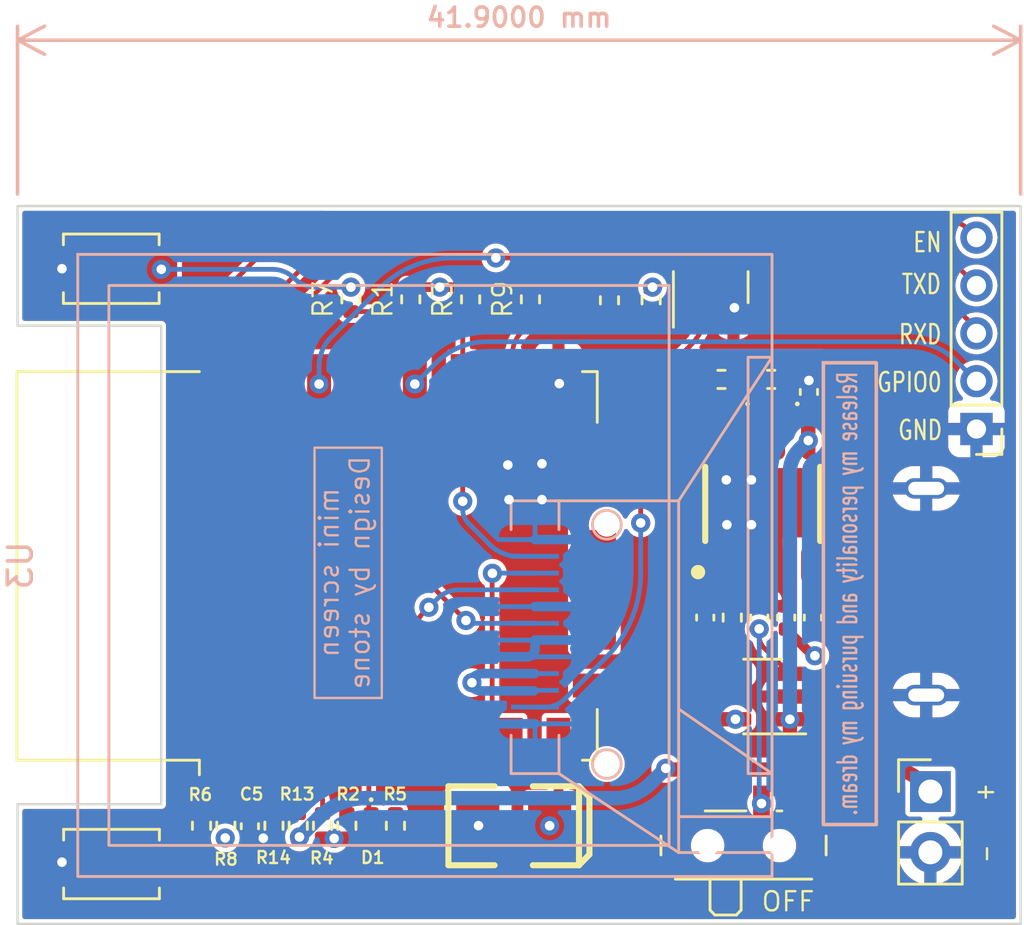
<source format=kicad_pcb>
(kicad_pcb (version 20211014) (generator pcbnew)
  (layers (0 "F.Cu" signal) (1 "In1.Cu" signal) (2 "In2.Cu" signal) (31 "B.Cu" signal) (34 "B.Paste" user) (35 "F.Paste" user) (36 "B.SilkS" user "底层丝印层") (37 "F.SilkS" user "顶层丝印层") (38 "B.Mask" user) (39 "F.Mask" user) (44 "Edge.Cuts" user))
  (net 0 "")
  (net 1 "+3V3")
  (net 2 "GND")
  (net 3 "/nRST")
  (net 4 "/GPIO16")
  (net 5 "Net-(D2-Pad2)")
  (net 6 "Net-(C2-Pad1)")
  (net 7 "/GPIO0")
  (net 8 "/GPIO2")
  (net 9 "/EN")
  (net 10 "/GPIO15")
  (net 11 "/ADC")
  (net 12 "/GPIO14")
  (net 13 "/GPIO12")
  (net 14 "/GPIO13")
  (net 15 "/GPIO4")
  (net 16 "/GPIO5")
  (net 17 "/RXD")
  (net 18 "/TXD")
  (net 19 "Net-(C3-Pad1)")
  (net 20 "Net-(C6-Pad2)")
  (net 21 "Net-(D2-Pad1)")
  (net 24 "Net-(R5-Pad2)")
  (net 25 "Net-(R7-Pad2)")
  (net 26 "+BATT")
  (net 27 "Net-(R11-Pad1)")
  (net 28 "Net-(D1-Pad2)")
  (net 29 "Net-(D3-Pad1)")
  (net 30 "Net-(D3-Pad2)")
  (net 38 "Net-(Q1-Pad1)")
  (net 39 "Net-(Q1-Pad3)")
  (footprint "Capacitor_SMD:C_0402_1005Metric" (layer "F.Cu") (at 129.6 52.88 90)
    (fp_text reference "C4" hide)
    (fp_text value "10uf" hide)
  )
  (footprint "Resistor_SMD:R_0402_1005Metric" (layer "F.Cu") (at 128.975 42.925)
    (fp_text reference "R12" hide)
    (fp_text value "1k" hide)
  )
  (footprint "lc_lib:SOP-8_EP_150MIL" (layer "F.Cu") (at 128.62 48.08)
    (fp_text reference "U4" hide)
    (fp_text value "TP4056_[C16581]" hide)
  )
  (footprint "Resistor_SMD:R_0402_1005Metric" (layer "F.Cu") (at 106.195 61.58 -90)
    (fp_text reference "R8")
    (fp_text value "12K")
  )
  (footprint "LED_SMD:LED_0402_1005Metric" (layer "F.Cu") (at 128.975 43.95 180)
    (fp_text reference "D3" hide)
    (fp_text value "led-green" hide)
  )
  (footprint "Capacitor_SMD:C_0402_1005Metric" (layer "F.Cu") (at 130.55 43.45 90)
    (fp_text reference "C7" hide)
    (fp_text value "10uf" hide)
  )
  (footprint "Capacitor_SMD:C_0402_1005Metric" (layer "F.Cu") (at 126.22 52.88 90)
    (fp_text reference "C3" hide)
    (fp_text value "470pf" hide)
  )
  (footprint "Connector_PinHeader_2.00mm:PinHeader_1x05_P2.00mm_Vertical" (layer "F.Cu") (at 137.55 45 180)
    (fp_text reference "J1" hide)
    (fp_text value "TTL-connect-pin4" hide)
  )
  (footprint "My-lib-footprints:USB_C_6pin" (layer "F.Cu") (at 135.45 51.8 90)
    (fp_text reference "J2" hide)
    (fp_text value "USB_C_6pin" hide)
  )
  (footprint "LED_SMD:LED_0402_1005Metric" (layer "F.Cu") (at 126.9 43.95 180)
    (fp_text reference "D2" hide)
    (fp_text value "led-red" hide)
  )
  (footprint "Capacitor_SMD:C_0402_1005Metric" (layer "F.Cu") (at 130.72 52.88 90)
    (fp_text reference "C6" hide)
    (fp_text value "10uf" hide)
  )
  (footprint "Resistor_SMD:R_0402_1005Metric" (layer "F.Cu") (at 111.42 39.58 90)
    (fp_text reference "R7")
    (fp_text value "470")
  )
  (footprint "Resistor_SMD:R_0402_1005Metric" (layer "F.Cu") (at 126.9 42.925)
    (fp_text reference "R10" hide)
    (fp_text value "1k" hide)
  )
  (footprint "Resistor_SMD:R_0402_1005Metric" (layer "F.Cu") (at 111.25 61.58 90)
    (fp_text reference "R2")
    (fp_text value "470")
  )
  (footprint "Resistor_SMD:R_0402_1005Metric" (layer "F.Cu") (at 113.92 39.58 90)
    (fp_text reference "R1")
    (fp_text value "12K")
  )
  (footprint "lc_lib:CASE-B_3528" (layer "F.Cu") (at 118.22 61.58)
    (fp_text reference "C1" hide)
    (fp_text value "100uf" hide)
  )
  (footprint "Resistor_SMD:R_0402_1005Metric" (layer "F.Cu") (at 127.35 52.88 90)
    (fp_text reference "R11" hide)
    (fp_text value "2K" hide)
  )
  (footprint "Resistor_SMD:R_0402_1005Metric" (layer "F.Cu") (at 122.22 39.62 -90)
    (fp_text reference "R15" hide)
    (fp_text value "1K" hide)
  )
  (footprint "Button_Switch_SMD:SW_SPDT_PCM12" (layer "F.Cu") (at 127.82 62.08)
    (fp_text reference "SW1" hide)
    (fp_text value "SW_DPDT_x2" hide)
  )
  (footprint "Resistor_SMD:R_0402_1005Metric" (layer "F.Cu") (at 110.235 61.58 -90)
    (fp_text reference "R4")
    (fp_text value "12K")
  )
  (footprint "Connector_PinHeader_2.54mm:PinHeader_1x02_P2.54mm_Vertical" (layer "F.Cu") (at 135.625 60.15)
    (fp_text reference "J3" hide)
    (fp_text value "Conn_01x02_Female" hide)
  )
  (footprint "My-lib:Button_SMD,3x4x2mm" (layer "F.Cu") (at 101.41 38.3 180)
    (fp_text reference "SW3" hide)
    (fp_text value "SW_Push" hide)
  )
  (footprint "RF_Module:ESP-12E" (layer "F.Cu") (at 109.59 50.72 90)
    (fp_text reference "U2" hide)
    (fp_text value "ESP-12E" hide)
  )
  (footprint "Resistor_SMD:R_0402_1005Metric" (layer "F.Cu") (at 116.42 39.58 90)
    (fp_text reference "R3")
    (fp_text value "12K")
  )
  (footprint "Resistor_SMD:R_0402_1005Metric" (layer "F.Cu") (at 109.22 61.58 -90)
    (fp_text reference "R13")
    (fp_text value "100k")
  )
  (footprint "My-lib:Button_SMD,3x4x2mm" (layer "F.Cu") (at 101.42 63.18 180)
    (fp_text reference "SW2" hide)
    (fp_text value "SW_Push" hide)
  )
  (footprint "Resistor_SMD:R_0402_1005Metric" (layer "F.Cu") (at 118.92 39.58 90)
    (fp_text reference "R9")
    (fp_text value "12K")
  )
  (footprint "Resistor_SMD:R_0402_1005Metric" (layer "F.Cu") (at 123.96 39.62 -90)
    (fp_text reference "R16" hide)
    (fp_text value "12K" hide)
  )
  (footprint "Package_TO_SOT_SMD:SOT-23-5" (layer "F.Cu") (at 128.62 56.18 180)
    (fp_text reference "U1" hide)
    (fp_text value "SPX3819M5-L-3-3" hide)
  )
  (footprint "Capacitor_SMD:C_0402_1005Metric" (layer "F.Cu") (at 128.48 52.88 90)
    (fp_text reference "C2" hide)
    (fp_text value "1uf" hide)
  )
  (footprint "Resistor_SMD:R_0402_1005Metric" (layer "F.Cu") (at 113.28 61.58 -90)
    (fp_text reference "R5")
    (fp_text value "0")
  )
  (footprint "LED_SMD:LED_0402_1005Metric" (layer "F.Cu") (at 112.265 61.58 -90)
    (fp_text reference "D1")
    (fp_text value "led-white")
  )
  (footprint "Capacitor_SMD:C_0402_1005Metric" (layer "F.Cu") (at 107.2 61.6 90)
    (fp_text reference "C5")
    (fp_text value "470pf")
  )
  (footprint "Resistor_SMD:R_0402_1005Metric" (layer "F.Cu") (at 108.205 61.58 90)
    (fp_text reference "R14")
    (fp_text value "330K")
  )
  (footprint "Package_TO_SOT_SMD:SOT-23" (layer "F.Cu") (at 126.45 39.07 90)
    (fp_text reference "Q1" hide)
    (fp_text value "S8050" hide)
  )
  (footprint "Resistor_SMD:R_0402_1005Metric" (layer "F.Cu") (at 105.18 61.58 -90)
    (fp_text reference "R6")
    (fp_text value "470")
  )
  (footprint "My-lib-footprints:TFT_1.3_12_front" (layer "B.Cu") (at 113.01 50.7 -90)
    (fp_text reference "U3")
    (fp_text value "TFT_1.3_12")
  )
  (gr_rect (start 112.71 56.24) (end 109.9 45.78) (layer "B.SilkS") (width 0.1) (fill none))
  (gr_rect (start 131.155 61.53) (end 133.365 42.23) (layer "B.SilkS") (width 0.15) (fill none))
  (gr_poly (pts (xy 139.395 65.68) (xy 97.495 65.68) (xy 97.495 60.68) (xy 103.495 60.68) (xy 103.495 40.68) (xy 97.495 40.68) (xy 97.495 35.68) (xy 139.395 35.68)) (layer "Edge.Cuts") (width 0.1) (fill none))
  (gr_text "Release my personality and pursuing my dream." (at 132.165 51.88 90) (layer "B.SilkS") (effects (font (size 0.8 0.5) (thickness 0.1)) (justify mirror)))
  (gr_text "mini screen\nDesign by stone" (at 111.15 51 90) (layer "B.SilkS") (effects (font (size 0.8 0.8) (thickness 0.1)) (justify mirror)))
  (gr_text "-" (at 138.05 62.75 270) (layer "F.SilkS") (effects (font (size 0.8 0.6) (thickness 0.1))))
  (gr_text "OFF\n" (at 129.68 64.75) (layer "F.SilkS") (effects (font (size 0.8 0.8) (thickness 0.1))))
  (gr_text "RXD" (at 135.2 41.05) (layer "F.SilkS") (effects (font (size 0.8 0.6) (thickness 0.1))))
  (gr_text "+" (at 138 60.175 270) (layer "F.SilkS") (effects (font (size 0.8 0.6) (thickness 0.1))))
  (gr_text "TXD" (at 135.25 38.95) (layer "F.SilkS") (effects (font (size 0.8 0.6) (thickness 0.1))))
  (gr_text "GPIO0" (at 134.75 43.05) (layer "F.SilkS") (effects (font (size 0.8 0.6) (thickness 0.1))))
  (gr_text "GND" (at 135.2 45.05) (layer "F.SilkS") (effects (font (size 0.8 0.6) (thickness 0.1))))
  (gr_text "EN" (at 135.5 37.2) (layer "F.SilkS") (effects (font (size 0.8 0.6) (thickness 0.1))))
  (dimension (type aligned) (layer "B.SilkS") (pts (xy 97.495 35.68) (xy 139.395 35.68)) (height -6.93) (gr_text "41.9000 mm" (at 118.445 27.8) (layer "B.SilkS") (effects (font (size 0.8 0.8) (thickness 0.15)))) (format (units 2) (units_format 1) (precision 4)) (style (thickness 0.15) (arrow_length 1.27) (text_position_mode 0) (extension_height 0.58642) (extension_offset 0.5) keep_text_aligned))
  (segment (start 110.72 62.105) (end 110.72 62.11) (width 0.4) (layer "F.Cu") (net 1))
  (segment (start 130.8 54.475) (end 130.7575 54.475) (width 0.4) (layer "F.Cu") (net 1))
  (segment (start 110.717071 62.09) (end 111.25 62.09) (width 0.4) (layer "F.Cu") (net 1))
  (segment (start 119.905 61.395) (end 119.72 61.58) (width 0.4) (layer "F.Cu") (net 1))
  (segment (start 120.09 60.94837) (end 120.09 58.32) (width 0.4) (layer "F.Cu") (net 1))
  (segment (start 115.13 39.07) (end 113.92 39.07) (width 0.4) (layer "F.Cu") (net 1))
  (segment (start 130.684947 54.444947) (end 129.6 53.36) (width 0.4) (layer "F.Cu") (net 1))
  (segment (start 110.715 62.095) (end 110.716464 62.096464) (width 0.4) (layer "F.Cu") (net 1))
  (segment (start 123.97 39.11) (end 123.96 39.11) (width 0.4) (layer "F.Cu") (net 1))
  (segment (start 124.02 39.07) (end 123.987071 39.102928) (width 0.4) (layer "F.Cu") (net 1))
  (segment (start 106.17 62.09) (end 106.195 62.09) (width 0.4) (layer "F.Cu") (net 1))
  (segment (start 110.702928 62.09) (end 110.235 62.09) (width 0.4) (layer "F.Cu") (net 1))
  (segment (start 110.702928 62.09) (end 110.717071 62.09) (width 0.4) (layer "F.Cu") (net 1))
  (segment (start 115.13 39.07) (end 116.42 39.07) (width 0.4) (layer "F.Cu") (net 1))
  (via (at 127.4825 57.13) (size 0.8) (drill 0.4) (layers "F.Cu" "B.Cu") (net 1))
  (via (at 124.02 39.07) (size 0.8) (drill 0.4) (layers "F.Cu" "B.Cu") (net 1))
  (via (at 115.13 39.07) (size 0.8) (drill 0.4) (layers "F.Cu" "B.Cu") (net 1))
  (via (at 106.17 62.09) (size 0.8) (drill 0.4) (layers "F.Cu" "B.Cu") (net 1))
  (via (at 110.72 62.11) (size 0.8) (drill 0.4) (layers "F.Cu" "B.Cu") (net 1))
  (via (at 130.8 54.475) (size 0.8) (drill 0.4) (layers "F.Cu" "B.Cu") (net 1))
  (via (at 116.475 55.6) (size 0.8) (drill 0.4) (layers "F.Cu" "B.Cu") (net 1))
  (via (at 119.72 61.58) (size 0.8) (drill 0.4) (layers "F.Cu" "B.Cu") (net 1))
  (arc (start 123.97 39.11) (mid 123.979238 39.108162) (end 123.987071 39.102928) (width 0.4) (layer "F.Cu") (net 1))
  (arc (start 110.72 62.105) (mid 110.719081 62.10038) (end 110.716464 62.096464) (width 0.4) (layer "F.Cu") (net 1))
  (arc (start 130.684947 54.444947) (mid 130.718234 54.467189) (end 130.7575 54.475) (width 0.4) (layer "F.Cu") (net 1))
  (arc (start 119.905 61.395) (mid 120.04192 61.190084) (end 120.09 60.94837) (width 0.4) (layer "F.Cu") (net 1))
  (arc (start 110.702928 62.09) (mid 110.709461 62.091299) (end 110.715 62.095) (width 0.4) (layer "F.Cu") (net 1))
  (arc (start 110.715 62.095) (mid 110.714365 62.091808) (end 110.717071 62.09) (width 0.4) (layer "F.Cu") (net 1))
  (segment (start 116.475 55.6) (end 116.475 55.469316) (width 0.4) (layer "B.Cu") (net 1))
  (segment (start 116.528202 55.825852) (end 116.501601 55.799251) (width 0.4) (layer "B.Cu") (net 1))
  (segment (start 116.475 55.73503) (end 116.475 55.6) (width 0.4) (layer "B.Cu") (net 1))
  (segment (start 116.888576 55.94478) (end 119.06022 55.94478) (width 0.4) (layer "B.Cu") (net 1))
  (segment (start 116.9487 55.22) (end 119.085 55.22) (width 0.4) (layer "B.Cu") (net 1))
  (segment (start 116.535781 55.365557) (end 116.50539 55.395947) (width 0.4) (layer "B.Cu") (net 1))
  (arc (start 116.528202 55.825852) (mid 116.699384 55.913544) (end 116.888576 55.94478) (width 0.4) (layer "B.Cu") (net 1))
  (arc (start 116.475 55.469316) (mid 116.482898 55.429609) (end 116.50539 55.395947) (width 0.4) (layer "B.Cu") (net 1))
  (arc (start 116.475 55.73503) (mid 116.481913 55.769786) (end 116.501601 55.799251) (width 0.4) (layer "B.Cu") (net 1))
  (arc (start 116.535781 55.365557) (mid 116.730159 55.25792) (end 116.9487 55.22) (width 0.4) (layer "B.Cu") (net 1))
  (segment (start 127.413258 39.956741) (end 127.44 39.93) (width 0.4) (layer "F.Cu") (net 2))
  (segment (start 126.715 51.771464) (end 126.715 50.68) (width 0.4) (layer "F.Cu") (net 2))
  (segment (start 128.754002 52.4) (end 129.585857 52.4) (width 0.4) (layer "F.Cu") (net 2))
  (segment (start 128.907544 51.972455) (end 128.880848 51.999151) (width 0.4) (layer "F.Cu") (net 2))
  (segment (start 129.255 50.68) (end 129.255 50.185494) (width 0.4) (layer "F.Cu") (net 2))
  (segment (start 129.255 50.185494) (end 129.255 49.504506) (width 0.4) (layer "F.Cu") (net 2))
  (segment (start 129.255 49.164012) (end 129.255 49.504506) (width 0.4) (layer "F.Cu") (net 2))
  (segment (start 126.271213 52.37) (end 127.35 52.37) (width 0.4) (layer "F.Cu") (net 2))
  (segment (start 128.867499 52.012499) (end 128.880848 51.999151) (width 0.4) (layer "F.Cu") (net 2))
  (segment (start 128.867499 52.012499) (end 128.814106 52.065892) (width 0.4) (layer "F.Cu") (net 2))
  (segment (start 107.717071 62.09) (end 107.702928 62.09) (width 0.4) (layer "F.Cu") (net 2))
  (segment (start 129.255 51.0975) (end 129.255 50.68) (width 0.4) (layer "F.Cu") (net 2))
  (segment (start 107.717071 62.09) (end 108.205 62.09) (width 0.4) (layer "F.Cu") (net 2))
  (segment (start 107.727071 62.1) (end 107.76 62.1) (width 0.4) (layer "F.Cu") (net 2))
  (segment (start 126.22 52.378786) (end 126.22 52.34) (width 0.4) (layer "F.Cu") (net 2))
  (segment (start 107.217071 62.09) (end 107.702928 62.09) (width 0.4) (layer "F.Cu") (net 2))
  (segment (start 107.205 62.085) (end 107.2 62.08) (width 0.4) (layer "F.Cu") (net 2))
  (segment (start 99.345 63.108535) (end 99.345 63.18) (width 0.4) (layer "F.Cu") (net 2))
  (segment (start 129.4375 51.6975) (end 129.443223 51.703223) (width 0.4) (layer "F.Cu") (net 2))
  (segment (start 127.4 39.98875) (end 127.4 40.0075) (width 0.4) (layer "F.Cu") (net 2))
  (segment (start 129.62 52.13) (end 129.62 52.365857) (width 0.4) (layer "F.Cu") (net 2))
  (segment (start 129.255 51.0975) (end 129.255 51.256906) (width 0.4) (layer "F.Cu") (net 2))
  (segment (start 128.673748 52.206249) (end 128.814106 52.065892) (width 0.4) (layer "F.Cu") (net 2))
  (segment (start 128.907544 51.972455) (end 128.920892 51.959107) (width 0.4) (layer "F.Cu") (net 2))
  (segment (start 126.262426 52.237573) (end 126.7175 51.7825) (width 0.4) (layer "F.Cu") (net 2))
  (segment (start 99.35 63.1) (end 99.3475 63.1025) (width 0.4) (layer "F.Cu") (net 2))
  (segment (start 128.9375 48.3975) (end 128.62 48.08) (width 0.4) (layer "F.Cu") (net 2))
  (segment (start 129.255 49.504506) (end 129.255 50.185494) (width 0.4) (layer "F.Cu") (net 2))
  (segment (start 99.35 38.3) (end 99.335 38.3) (width 0.4) (layer "F.Cu") (net 2))
  (via (at 120.125 43.1) (size 0.8) (drill 0.4) (layers "F.Cu" "B.Cu") (net 2))
  (via (at 127.44 39.93) (size 0.8) (drill 0.4) (layers "F.Cu" "B.Cu") (net 2))
  (via (at 117.975 46.5) (size 0.8) (drill 0.4) (layers "F.Cu" "B.Cu") (net 2))
  (via (at 128.15 47.125) (size 0.8) (drill 0.4) (layers "F.Cu" "B.Cu") (net 2))
  (via (at 119.4 47.95) (size 0.8) (drill 0.4) (layers "F.Cu" "B.Cu") (net 2))
  (via (at 119.4 46.45) (size 0.8) (drill 0.4) (layers "F.Cu" "B.Cu") (net 2))
  (via (at 116.75 61.575) (size 0.8) (drill 0.4) (layers "F.Cu" "B.Cu") (net 2))
  (via (at 99.35 63.1) (size 0.8) (drill 0.4) (layers "F.Cu" "B.Cu") (net 2))
  (via (at 118.025 47.95) (size 0.8) (drill 0.4) (layers "F.Cu" "B.Cu") (net 2))
  (via (at 127.1 47.125) (size 0.8) (drill 0.4) (layers "F.Cu" "B.Cu") (net 2))
  (via (at 107.76 62.1) (size 0.8) (drill 0.4) (layers "F.Cu" "B.Cu") (net 2))
  (via (at 127.125 49) (size 0.8) (drill 0.4) (layers "F.Cu" "B.Cu") (net 2))
  (via (at 130.55 42.97) (size 0.8) (drill 0.4) (layers "F.Cu" "B.Cu") (net 2))
  (via (at 99.35 38.3) (size 0.8) (drill 0.4) (layers "F.Cu" "B.Cu") (net 2))
  (via (at 128.15 49) (size 0.8) (drill 0.4) (layers "F.Cu" "B.Cu") (net 2))
  (arc (start 99.3475 63.1025) (mid 99.345649 63.105268) (end 99.345 63.108535) (width 0.4) (layer "F.Cu") (net 2))
  (arc (start 107.715 62.095) (mid 107.709461 62.091299) (end 107.702928 62.09) (width 0.4) (layer "F.Cu") (net 2))
  (arc (start 126.262426 52.237573) (mid 126.231026 52.284567) (end 126.22 52.34) (width 0.4) (layer "F.Cu") (net 2))
  (arc (start 128.9375 48.3975) (mid 129.172484 48.749178) (end 129.255 49.164012) (width 0.4) (layer "F.Cu") (net 2))
  (arc (start 107.217071 62.09) (mid 107.210538 62.0887) (end 107.205 62.085) (width 0.4) (layer "F.Cu") (net 2))
  (arc (start 107.727071 62.1) (mid 107.720538 62.0987) (end 107.715 62.095) (width 0.4) (layer "F.Cu") (net 2))
  (arc (start 127.4 39.98875) (mid 127.403445 39.971427) (end 127.413258 39.956741) (width 0.4) (layer "F.Cu") (net 2))
  (arc (start 126.22 52.378786) (mid 126.225424 52.386904) (end 126.235 52.385) (width 0.4) (layer "F.Cu") (net 2))
  (arc (start 126.271213 52.37) (mid 126.251614 52.373898) (end 126.235 52.385) (width 0.4) (layer "F.Cu") (net 2))
  (arc (start 129.61 52.39) (mid 129.598923 52.397401) (end 129.585857 52.4) (width 0.4) (layer "F.Cu") (net 2))
  (arc (start 129.443223 51.703223) (mid 129.574057 51.89903) (end 129.62 52.13) (width 0.4) (layer "F.Cu") (net 2))
  (arc (start 126.7175 51.7775) (mid 126.718535 51.78) (end 126.7175 51.7825) (width 0.4) (layer "F.Cu") (net 2))
  (arc (start 129.61 52.39) (mid 129.617401 52.378923) (end 129.62 52.365857) (width 0.4) (layer "F.Cu") (net 2))
  (arc (start 107.715 62.095) (mid 107.714365 62.091808) (end 107.717071 62.09) (width 0.4) (layer "F.Cu") (net 2))
  (arc (start 126.7175 51.7775) (mid 126.715649 51.77473) (end 126.715 51.771464) (width 0.4) (layer "F.Cu") (net 2))
  (arc (start 128.754002 52.4) (mid 128.649145 52.329936) (end 128.673748 52.206249) (width 0.4) (layer "F.Cu") (net 2))
  (arc (start 129.4375 51.6975) (mid 129.30243 51.495353) (end 129.255 51.256906) (width 0.4) (layer "F.Cu") (net 2))
  (arc (start 129.255 51.1525) (mid 129.168168 51.589032) (end 128.920892 51.959107) (width 0.4) (layer "F.Cu") (net 2))
  (segment (start 121.02 53.357411) (end 121.02 52.882588) (width 0.4) (layer "B.Cu") (net 2))
  (segment (start 116.080373 57.32) (end 119.11 57.32) (width 0.4) (layer "B.Cu") (net 2))
  (segment (start 120.995857 49.62) (end 119.11 49.62) (width 0.4) (layer "B.Cu") (net 2))
  (segment (start 116.396187 54.52) (end 118.7725 54.52) (width 0.4) (layer "B.Cu") (net 2))
  (segment (start 119.11 54.1825) (end 119.11 53.845) (width 0.4) (layer "B.Cu") (net 2))
  (segment (start 120.884511 52.284511) (end 120.889511 52.279511) (width 0.4) (layer "B.Cu") (net 2))
  (segment (start 120.557411 53.82) (end 119.11 53.82) (width 0.4) (layer "B.Cu") (net 2))
  (segment (start 115.15 56.389626) (end 115.15 55.766187) (width 0.4) (layer "B.Cu") (net 2))
  (segment (start 120.557411 52.42) (end 119.11 52.42) (width 0.4) (layer "B.Cu") (net 2))
  (segment (start 121.03 51.94034) (end 121.03 49.654142) (width 0.4) (layer "B.Cu") (net 2))
  (arc (start 120.995857 49.62) (mid 121.008923 49.622598) (end 121.02 49.63) (width 0.4) (layer "B.Cu") (net 2))
  (arc (start 118.7725 54.52) (mid 119.011148 54.421148) (end 119.11 54.1825) (width 0.4) (layer "B.Cu") (net 2))
  (arc (start 116.396187 54.52) (mid 115.919292 54.61486) (end 115.515 54.885) (width 0.4) (layer "B.Cu") (net 2))
  (arc (start 121.03 51.94034) (mid 120.993488 52.123898) (end 120.889511 52.279511) (width 0.4) (layer "B.Cu") (net 2))
  (arc (start 120.884511 52.555489) (mid 120.734436 52.455212) (end 120.557411 52.42) (width 0.4) (layer "B.Cu") (net 2))
  (arc (start 120.884511 52.555489) (mid 120.984787 52.705563) (end 121.02 52.882588) (width 0.4) (layer "B.Cu") (net 2))
  (arc (start 120.884511 52.555489) (mid 120.828389 52.42) (end 120.884511 52.284511) (width 0.4) (layer "B.Cu") (net 2))
  (arc (start 120.557411 52.42) (mid 120.734436 52.384787) (end 120.884511 52.284511) (width 0.4) (layer "B.Cu") (net 2))
  (arc (start 115.15 56.389626) (mid 115.22082 56.745665) (end 115.4225 57.0475) (width 0.4) (layer "B.Cu") (net 2))
  (arc (start 120.884511 53.684511) (mid 120.984787 53.534436) (end 121.02 53.357411) (width 0.4) (layer "B.Cu") (net 2))
  (arc (start 116.080373 57.32) (mid 115.724334 57.249179) (end 115.4225 57.0475) (width 0.4) (layer "B.Cu") (net 2))
  (arc (start 115.515 54.885) (mid 115.24486 55.289292) (end 115.15 55.766187) (width 0.4) (layer "B.Cu") (net 2))
  (arc (start 120.557411 53.82) (mid 120.734436 53.784787) (end 120.884511 53.684511) (width 0.4) (layer "B.Cu") (net 2))
  (arc (start 121.03 49.654142) (mid 121.027401 49.641076) (end 121.02 49.63) (width 0.4) (layer "B.Cu") (net 2))
  (segment (start 106.17 61.027322) (end 106.17 58.28) (width 0.2) (layer "F.Cu") (net 3))
  (segment (start 106.12 58.29) (end 106.09 58.32) (width 0.2) (layer "F.Cu") (net 3))
  (segment (start 106.280355 61.12) (end 107.2 61.12) (width 0.2) (layer "F.Cu") (net 3))
  (segment (start 106.2075 61.0825) (end 106.22 61.095) (width 0.2) (layer "F.Cu") (net 3))
  (segment (start 106.177322 61.07) (end 105.18 61.07) (width 0.2) (layer "F.Cu") (net 3))
  (segment (start 106.1825 61.0575) (end 106.2075 61.0825) (width 0.2) (layer "F.Cu") (net 3))
  (arc (start 106.177322 61.07) (mid 106.193654 61.073248) (end 106.2075 61.0825) (width 0.2) (layer "F.Cu") (net 3))
  (arc (start 106.1825 61.0575) (mid 106.184087 61.065479) (end 106.177322 61.07) (width 0.2) (layer "F.Cu") (net 3))
  (arc (start 106.280355 61.12) (mid 106.247691 61.113502) (end 106.22 61.095) (width 0.2) (layer "F.Cu") (net 3))
  (arc (start 106.1825 61.0575) (mid 106.173248 61.043654) (end 106.17 61.027322) (width 0.2) (layer "F.Cu") (net 3))
  (segment (start 113.2675 61.0825) (end 113.28 61.07) (width 0.2) (layer "F.Cu") (net 4))
  (segment (start 112.332175 61.095) (end 113.237322 61.095) (width 0.2) (layer "F.Cu") (net 4))
  (segment (start 112.17 60.932824) (end 112.17 58.28) (width 0.2) (layer "F.Cu") (net 4))
  (arc (start 113.2675 61.0825) (mid 113.253654 61.091751) (end 113.237322 61.095) (width 0.2) (layer "F.Cu") (net 4))
  (arc (start 112.17 60.932824) (mid 112.182344 60.994886) (end 112.2175 61.0475) (width 0.2) (layer "F.Cu") (net 4))
  (arc (start 112.332175 61.095) (mid 112.270113 61.082655) (end 112.2175 61.0475) (width 0.2) (layer "F.Cu") (net 4))
  (segment (start 126.415 42.967677) (end 126.415 43.95) (width 0.2) (layer "F.Cu") (net 5))
  (segment (start 126.4025 42.9375) (end 126.39 42.925) (width 0.2) (layer "F.Cu") (net 5))
  (arc (start 126.415 42.967677) (mid 126.411751 42.951345) (end 126.4025 42.9375) (width 0.2) (layer "F.Cu") (net 5))
  (segment (start 128.48 53.3575) (end 128.48 53.36) (width 0.2) (layer "F.Cu") (net 6))
  (segment (start 128.475 53.35) (end 128.478232 53.353232) (width 0.2) (layer "F.Cu") (net 6))
  (segment (start 128.686248 54.158748) (end 129.7575 55.23) (width 0.2) (layer "F.Cu") (net 6))
  (segment (start 128.475 53.35) (end 128.475 53.64875) (width 0.2) (layer "F.Cu") (net 6))
  (via (at 128.57 60.65) (size 0.8) (drill 0.4) (layers "F.Cu" "B.Cu") (net 6))
  (via (at 128.475 53.35) (size 0.8) (drill 0.4) (layers "F.Cu" "B.Cu") (net 6))
  (arc (start 128.48 53.3575) (mid 128.47954 53.35519) (end 128.478232 53.353232) (width 0.2) (layer "F.Cu") (net 6))
  (arc (start 128.475 53.64875) (mid 128.529901 53.924758) (end 128.686248 54.158748) (width 0.2) (layer "F.Cu") (net 6))
  (segment (start 128.475 60.487824) (end 128.475 53.35) (width 0.2) (layer "B.Cu") (net 6))
  (segment (start 128.5225 60.6025) (end 128.57 60.65) (width 0.2) (layer "B.Cu") (net 6))
  (arc (start 128.5225 60.6025) (mid 128.487344 60.549886) (end 128.475 60.487824) (width 0.2) (layer "B.Cu") (net 6))
  (segment (start 115.1575 51.9325) (end 116.225 53) (width 0.2) (layer "F.Cu") (net 7))
  (segment (start 114.09 43.12) (end 114.09 40.380208) (width 0.2) (layer "F.Cu") (net 7))
  (segment (start 113.799791 40.09) (end 111.42 40.09) (width 0.2) (layer "F.Cu") (net 7))
  (segment (start 114.09 43.12) (end 114.09 49.355327) (width 0.2) (layer "F.Cu") (net 7))
  (via (at 114.09 43.12) (size 0.8) (drill 0.4) (layers "F.Cu" "B.Cu") (net 7))
  (via (at 116.225 53) (size 0.8) (drill 0.4) (layers "F.Cu" "B.Cu") (net 7))
  (arc (start 114.09 40.380208) (mid 114.067909 40.26915) (end 114.005 40.175) (width 0.2) (layer "F.Cu") (net 7))
  (arc (start 113.799791 40.09) (mid 113.910849 40.11209) (end 114.005 40.175) (width 0.2) (layer "F.Cu") (net 7))
  (arc (start 115.1575 51.9325) (mid 114.367434 50.750082) (end 114.09 49.355327) (width 0.2) (layer "F.Cu") (net 7))
  (segment (start 114.09 43.12) (end 114.975 42.235) (width 0.2) (layer "B.Cu") (net 7))
  (segment (start 116.429852 53.12) (end 119.11 53.12) (width 0.2) (layer "B.Cu") (net 7))
  (segment (start 136.725 42.175) (end 137.55 43) (width 0.2) (layer "B.Cu") (net 7))
  (segment (start 116.285 53.06) (end 116.225 53) (width 0.2) (layer "B.Cu") (net 7))
  (segment (start 117.111579 41.35) (end 134.733273 41.35) (width 0.2) (layer "B.Cu") (net 7))
  (arc (start 136.725 42.175) (mid 135.811188 41.56441) (end 134.733273 41.35) (width 0.2) (layer "B.Cu") (net 7))
  (arc (start 117.111579 41.35) (mid 115.95527 41.580004) (end 114.975 42.235) (width 0.2) (layer "B.Cu") (net 7))
  (arc (start 116.429852 53.12) (mid 116.351458 53.104406) (end 116.285 53.06) (width 0.2) (layer "B.Cu") (net 7))
  (segment (start 116.255 40.255) (end 116.42 40.09) (width 0.2) (layer "F.Cu") (net 8))
  (segment (start 116.09 46.92) (end 116.09 48.02) (width 0.2) (layer "F.Cu") (net 8))
  (segment (start 116.09 40.932508) (end 116.09 41.490835) (width 0.2) (layer "F.Cu") (net 8))
  (segment (start 116.09 40.653345) (end 116.09 40.932508) (width 0.2) (layer "F.Cu") (net 8))
  (segment (start 116.09 44.72) (end 116.09 46.92) (width 0.2) (layer "F.Cu") (net 8))
  (segment (start 116.09 42.724163) (end 116.09 43.515836) (width 0.2) (layer "F.Cu") (net 8))
  (segment (start 116.09 41.93249) (end 116.09 42.724163) (width 0.2) (layer "F.Cu") (net 8))
  (segment (start 116.09 41.93249) (end 116.09 41.490835) (width 0.2) (layer "F.Cu") (net 8))
  (segment (start 116.09 43.515836) (end 116.09 44.72) (width 0.2) (layer "F.Cu") (net 8))
  (via (at 116.09 48.02) (size 0.8) (drill 0.4) (layers "F.Cu" "B.Cu") (net 8))
  (arc (start 116.255 40.255) (mid 116.132882 40.437762) (end 116.09 40.653345) (width 0.2) (layer "F.Cu") (net 8))
  (segment (start 118.41 50.32) (end 119.11 50.32) (width 0.2) (layer "B.Cu") (net 8))
  (segment (start 116.09 48.36) (end 116.09 48.02) (width 0.2) (layer "B.Cu") (net 8))
  (segment (start 116.330416 48.940416) (end 117.215025 49.825025) (width 0.2) (layer "B.Cu") (net 8))
  (arc (start 116.09 48.36) (mid 116.152482 48.674118) (end 116.330416 48.940416) (width 0.2) (layer "B.Cu") (net 8))
  (arc (start 117.215025 49.825025) (mid 117.763284 50.19136) (end 118.41 50.32) (width 0.2) (layer "B.Cu") (net 8))
  (segment (start 111.307505 36.296458) (end 136.348978 36.296458) (width 0.2) (layer "F.Cu") (net 9))
  (segment (start 110.17 60.334038) (end 110.17 58.28) (width 0.2) (layer "F.Cu") (net 9))
  (segment (start 106.593792 38.756207) (end 107.459748 37.89025) (width 0.2) (layer "F.Cu") (net 9))
  (segment (start 110.09 56.83) (end 110.09 58.32) (width 0.2) (layer "F.Cu") (net 9))
  (segment (start 110.235 60.490961) (end 110.235 61.07) (width 0.2) (layer "F.Cu") (net 9))
  (segment (start 137.198229 36.648229) (end 137.55 37) (width 0.2) (layer "F.Cu") (net 9))
  (segment (start 105 47.996036) (end 105 42.603963) (width 0.2) (layer "F.Cu") (net 9))
  (segment (start 106.593792 51.843792) (end 109.03641 54.28641) (width 0.2) (layer "F.Cu") (net 9))
  (arc (start 110.17 60.334038) (mid 110.178446 60.376501) (end 110.2025 60.4125) (width 0.2) (layer "F.Cu") (net 9))
  (arc (start 110.09 56.83) (mid 109.81618 55.453419) (end 109.03641 54.28641) (width 0.2) (layer "F.Cu") (net 9))
  (arc (start 105 47.996036) (mid 105.414213 50.078426) (end 106.593792 51.843792) (width 0.2) (layer "F.Cu") (net 9))
  (arc (start 111.307505 36.296458) (mid 109.225114 36.710671) (end 107.459748 37.89025) (width 0.2) (layer "F.Cu") (net 9))
  (arc (start 106.593792 38.756207) (mid 105.414213 40.521572) (end 105 42.603963) (width 0.2) (layer "F.Cu") (net 9))
  (arc (start 110.2025 60.4125) (mid 110.226553 60.448498) (end 110.235 60.490961) (width 0.2) (layer "F.Cu") (net 9))
  (arc (start 137.198229 36.648229) (mid 136.808589 36.38788) (end 136.348978 36.296458) (width 0.2) (layer "F.Cu") (net 9))
  (segment (start 118.544999 40.954999) (end 118.746758 40.753241) (width 0.2) (layer "F.Cu") (net 10))
  (segment (start 118.92 40.335) (end 118.92 40.09) (width 0.2) (layer "F.Cu") (net 10))
  (segment (start 118.17 41.86033) (end 118.17 43.08) (width 0.2) (layer "F.Cu") (net 10))
  (arc (start 118.544999 40.954999) (mid 118.267459 41.370368) (end 118.17 41.86033) (width 0.2) (layer "F.Cu") (net 10))
  (arc (start 118.746758 40.753241) (mid 118.874975 40.56135) (end 118.92 40.335) (width 0.2) (layer "F.Cu") (net 10))
  (segment (start 108.17 61.010251) (end 108.17 58.28) (width 0.2) (layer "F.Cu") (net 11))
  (segment (start 108.229748 61.07) (end 109.22 61.07) (width 0.2) (layer "F.Cu") (net 11))
  (arc (start 108.229748 61.07) (mid 108.206883 61.065451) (end 108.1875 61.0525) (width 0.2) (layer "F.Cu") (net 11))
  (arc (start 108.17 61.010251) (mid 108.174548 61.033116) (end 108.1875 61.0525) (width 0.2) (layer "F.Cu") (net 11))
  (segment (start 114.17 53.312088) (end 114.17 58.28) (width 0.2) (layer "F.Cu") (net 12))
  (segment (start 114.4225 52.7025) (end 114.675 52.45) (width 0.2) (layer "F.Cu") (net 12))
  (via (at 114.675 52.45) (size 0.8) (drill 0.4) (layers "F.Cu" "B.Cu") (net 12))
  (arc (start 114.4225 52.7025) (mid 114.235622 52.982181) (end 114.17 53.312088) (width 0.2) (layer "F.Cu") (net 12))
  (segment (start 115.921187 51.72) (end 119.11 51.72) (width 0.2) (layer "B.Cu") (net 12))
  (segment (start 114.675 52.45) (end 115.04 52.085) (width 0.2) (layer "B.Cu") (net 12))
  (arc (start 115.921187 51.72) (mid 115.444292 51.81486) (end 115.04 52.085) (width 0.2) (layer "B.Cu") (net 12))
  (segment (start 117.705 57.935) (end 118.09 58.32) (width 0.2) (layer "F.Cu") (net 14))
  (segment (start 117.33 51.03) (end 117.325 51.035) (width 0.2) (layer "F.Cu") (net 14))
  (segment (start 117.32 57.005527) (end 117.32 51.047071) (width 0.2) (layer "F.Cu") (net 14))
  (via (at 117.33 51.03) (size 0.8) (drill 0.4) (layers "F.Cu" "B.Cu") (net 14))
  (arc (start 117.32 51.047071) (mid 117.321299 51.040538) (end 117.325 51.035) (width 0.2) (layer "F.Cu") (net 14))
  (arc (start 117.32 57.005527) (mid 117.420058 57.508554) (end 117.705 57.935) (width 0.2) (layer "F.Cu") (net 14))
  (segment (start 117.335 51.025) (end 117.33 51.03) (width 0.2) (layer "B.Cu") (net 14))
  (segment (start 117.347071 51.02) (end 119.11 51.02) (width 0.2) (layer "B.Cu") (net 14))
  (arc (start 117.335 51.025) (mid 117.340538 51.021299) (end 117.347071 51.02) (width 0.2) (layer "B.Cu") (net 14))
  (segment (start 121.59 38.48) (end 122.22 39.11) (width 0.2) (layer "F.Cu") (net 16))
  (segment (start 117.475 37.85) (end 120.069045 37.85) (width 0.2) (layer "F.Cu") (net 16))
  (via (at 117.475 37.85) (size 0.8) (drill 0.4) (layers "F.Cu" "B.Cu") (net 16))
  (via (at 110.09 43.12) (size 0.8) (drill 0.4) (layers "F.Cu" "B.Cu") (net 16))
  (arc (start 120.069045 37.85) (mid 120.89218 38.013731) (end 121.59 38.48) (width 0.2) (layer "F.Cu") (net 16))
  (segment (start 112.636045 39.113953) (end 110.606187 41.143812) (width 0.2) (layer "B.Cu") (net 16))
  (segment (start 110.09 43.12) (end 110.09 42.39) (width 0.2) (layer "B.Cu") (net 16))
  (segment (start 115.687499 37.85) (end 117.475 37.85) (width 0.2) (layer "B.Cu") (net 16))
  (arc (start 110.606187 41.143812) (mid 110.224152 41.715568) (end 110.09 42.39) (width 0.2) (layer "B.Cu") (net 16))
  (arc (start 115.687499 37.85) (mid 114.036064 38.17849) (end 112.636045 39.113953) (width 0.2) (layer "B.Cu") (net 16))
  (segment (start 137.55 40.9) (end 137.55 41) (width 0.2) (layer "F.Cu") (net 17))
  (segment (start 108.838624 40.42365) (end 110.573002 38.689272) (width 0.2) (layer "F.Cu") (net 17))
  (segment (start 135.439272 38.689272) (end 137.479289 40.729289) (width 0.2) (layer "F.Cu") (net 17))
  (segment (start 114.420758 37.09548) (end 131.591516 37.09548) (width 0.2) (layer "F.Cu") (net 17))
  (segment (start 108.15 42.086137) (end 108.15 43.06) (width 0.2) (layer "F.Cu") (net 17))
  (arc (start 137.55 40.9) (mid 137.531622 40.807611) (end 137.479289 40.729289) (width 0.2) (layer "F.Cu") (net 17))
  (arc (start 110.573002 38.689272) (mid 112.338367 37.509693) (end 114.420758 37.09548) (width 0.2) (layer "F.Cu") (net 17))
  (arc (start 135.439272 38.689272) (mid 133.673906 37.509693) (end 131.591516 37.09548) (width 0.2) (layer "F.Cu") (net 17))
  (arc (start 108.838624 40.42365) (mid 108.328967 41.186405) (end 108.15 42.086137) (width 0.2) (layer "F.Cu") (net 17))
  (segment (start 136.397984 37.847984) (end 137.55 39) (width 0.2) (layer "F.Cu") (net 18))
  (segment (start 106.17 42.28) (end 106.17 43.08) (width 0.2) (layer "F.Cu") (net 18))
  (segment (start 109.360238 38.289761) (end 106.735685 40.914314) (width 0.2) (layer "F.Cu") (net 18))
  (segment (start 133.616773 36.695969) (end 113.207994 36.695969) (width 0.2) (layer "F.Cu") (net 18))
  (arc (start 106.735685 40.914314) (mid 106.317016 41.540896) (end 106.17 42.28) (width 0.2) (layer "F.Cu") (net 18))
  (arc (start 133.616773 36.695969) (mid 135.121953 36.995367) (end 136.397984 37.847984) (width 0.2) (layer "F.Cu") (net 18))
  (arc (start 109.360238 38.289761) (mid 111.125603 37.110182) (end 113.207994 36.695969) (width 0.2) (layer "F.Cu") (net 18))
  (segment (start 126.22 53.66375) (end 126.22 53.36) (width 0.2) (layer "F.Cu") (net 19))
  (segment (start 126.434783 54.182283) (end 127.4825 55.23) (width 0.2) (layer "F.Cu") (net 19))
  (arc (start 126.434783 54.182283) (mid 126.27582 53.944378) (end 126.22 53.66375) (width 0.2) (layer "F.Cu") (net 19))
  (segment (start 130.737132 49.867867) (end 132.061143 48.543856) (width 0.4) (layer "F.Cu") (net 20))
  (segment (start 134.310625 50.28) (end 134.385 50.28) (width 0.4) (layer "F.Cu") (net 20))
  (segment (start 126.15774 44.92274) (end 126.715 45.48) (width 0.4) (layer "F.Cu") (net 20))
  (segment (start 132.778856 49.558856) (end 133.084574 49.864574) (width 0.4) (layer "F.Cu") (net 20))
  (segment (start 129.485 42.118284) (end 129.485 42.925) (width 0.2) (layer "F.Cu") (net 20))
  (segment (start 130.6225 52.3025) (end 130.72 52.4) (width 0.4) (layer "F.Cu") (net 20))
  (segment (start 134.6825 50.28) (end 134.965 50.28) (width 0.4) (layer "F.Cu") (net 20))
  (segment (start 132.42 48.6925) (end 132.42 47.6775) (width 0.4) (layer "F.Cu") (net 20))
  (segment (start 130.525 50.53) (end 130.525 50.83) (width 0.4) (layer "F.Cu") (net 20))
  (segment (start 134.6825 50.28) (end 134.385 50.28) (width 0.4) (layer "F.Cu") (net 20))
  (segment (start 126.367858 42.05) (end 127.443682 42.05) (width 0.4) (layer "F.Cu") (net 20))
  (segment (start 125.60048 43.577395) (end 125.60048 42.817378) (width 0.4) (layer "F.Cu") (net 20))
  (segment (start 130.525 52.067114) (end 130.525 51.58) (width 0.4) (layer "F.Cu") (net 20))
  (segment (start 130.525 50.38) (end 130.525 50.53) (width 0.4) (layer "F.Cu") (net 20))
  (segment (start 135.64 50.665) (end 135.46006 50.48506) (width 0.4) (layer "F.Cu") (net 20))
  (segment (start 129.496715 42.05) (end 129.553284 42.05) (width 0.4) (layer "F.Cu") (net 20))
  (segment (start 135.0025 53.32) (end 134.675 53.32) (width 0.4) (layer "F.Cu") (net 20))
  (segment (start 132.42 47.6775) (end 132.42 43.4975) (width 0.4) (layer "F.Cu") (net 20))
  (segment (start 135.677499 52.972499) (end 135.561577 53.088422) (width 0.4) (layer "F.Cu") (net 20))
  (segment (start 130.525 50.83) (end 130.525 50.98) (width 0.4) (layer "F.Cu") (net 20))
  (segment (start 129.553284 42.05) (end 130.9725 42.05) (width 0.4) (layer "F.Cu") (net 20))
  (segment (start 134.161875 50.28) (end 134.0875 50.28) (width 0.4) (layer "F.Cu") (net 20))
  (segment (start 130.525 50.98) (end 130.525 51.58) (width 0.4) (layer "F.Cu") (net 20))
  (segment (start 134.310625 50.28) (end 134.161875 50.28) (width 0.4) (layer "F.Cu") (net 20))
  (segment (start 127.606317 42.05) (end 127.443682 42.05) (width 0.4) (layer "F.Cu") (net 20))
  (segment (start 129.496715 42.05) (end 127.606317 42.05) (width 0.4) (layer "F.Cu") (net 20))
  (segment (start 127.41 42.246317) (end 127.41 42.925) (width 0.2) (layer "F.Cu") (net 20))
  (segment (start 136.025 51.594472) (end 136.025 52.13356) (width 0.4) (layer "F.Cu") (net 20))
  (arc (start 129.505 42.07) (mid 129.507539 42.057232) (end 129.496715 42.05) (width 0.2) (layer "F.Cu") (net 20))
  (arc (start 126.367858 42.05) (mid 126.074195 42.108413) (end 125.82524 42.27476) (width 0.4) (layer "F.Cu") (net 20))
  (arc (start 135.46006 50.48506) (mid 135.232924 50.333293) (end 134.965 50.28) (width 0.4) (layer "F.Cu") (net 20))
  (arc (start 125.60048 43.577395) (mid 125.745307 44.30549) (end 126.15774 44.92274) (width 0.4) (layer "F.Cu") (net 20))
  (arc (start 132.061143 48.543856) (mid 132.326736 48.146368) (end 132.42 47.6775) (width 0.4) (layer "F.Cu") (net 20))
  (arc (start 130.6225 52.3025) (mid 130.550339 52.194504) (end 130.525 52.067114) (width 0.4) (layer "F.Cu") (net 20))
  (arc (start 136.025 51.594472) (mid 135.924941 51.091445) (end 135.64 50.665) (width 0.4) (layer "F.Cu") (net 20))
  (arc (start 127.443682 42.05) (mid 127.474801 42.070792) (end 127.4675 42.1075) (width 0.2) (layer "F.Cu") (net 20))
  (arc (start 135.0025 53.32) (mid 135.30507 53.259814) (end 135.561577 53.088422) (width 0.4) (layer "F.Cu") (net 20))
  (arc (start 130.737132 49.867867) (mid 130.580131 50.102835) (end 130.525 50.38) (width 0.4) (layer "F.Cu") (net 20))
  (arc (start 136.025 52.13356) (mid 135.934687 52.58759) (end 135.677499 52.972499) (width 0.4) (layer "F.Cu") (net 20))
  (arc (start 129.505 42.07) (mid 129.490197 42.092152) (end 129.485 42.118284) (width 0.2) (layer "F.Cu") (net 20))
  (arc (start 129.505 42.07) (mid 129.527152 42.055197) (end 129.553284 42.05) (width 0.4) (layer "F.Cu") (net 20))
  (arc (start 127.41 42.246317) (mid 127.424943 42.171189) (end 127.4675 42.1075) (width 0.2) (layer "F.Cu") (net 20))
  (arc (start 132.42 48.6925) (mid 132.513263 49.161368) (end 132.778856 49.558856) (width 0.4) (layer "F.Cu") (net 20))
  (arc (start 130.9725 42.05) (mid 131.996037 42.473962) (end 132.42 43.4975) (width 0.4) (layer "F.Cu") (net 20))
  (arc (start 134.0875 50.28) (mid 133.54472 50.172034) (end 133.084574 49.864574) (width 0.4) (layer "F.Cu") (net 20))
  (arc (start 125.60048 42.817378) (mid 125.658893 42.523715) (end 125.82524 42.27476) (width 0.4) (layer "F.Cu") (net 20))
  (arc (start 132.42 48.6925) (mid 132.290231 48.498287) (end 132.061143 48.543856) (width 0.4) (layer "F.Cu") (net 20))
  (segment (start 127.385 44.031422) (end 127.385 43.95) (width 0.2) (layer "F.Cu") (net 21))
  (arc (start 127.385 44.031422) (mid 127.540944 44.815407) (end 127.985 45.48) (width 0.2) (layer "F.Cu") (net 21))
  (segment (start 105.448804 63.408804) (end 105.495 63.455) (width 0.2) (layer "F.Cu") (net 24))
  (segment (start 113.057261 62.942738) (end 112.724999 63.274999) (width 0.2) (layer "F.Cu") (net 24))
  (segment (start 105.12 62.192426) (end 105.12 62.615) (width 0.2) (layer "F.Cu") (net 24))
  (segment (start 103.7925 63.18) (end 103.495 63.18) (width 0.2) (layer "F.Cu") (net 24))
  (segment (start 111.385111 63.83) (end 106.40033 63.83) (width 0.2) (layer "F.Cu") (net 24))
  (segment (start 113.28 62.405) (end 113.28 62.09) (width 0.2) (layer "F.Cu") (net 24))
  (segment (start 105.149999 62.119999) (end 104.300364 62.969635) (width 0.2) (layer "F.Cu") (net 24))
  (arc (start 105.448804 63.408804) (mid 105.205453 63.044603) (end 105.12 62.615) (width 0.2) (layer "F.Cu") (net 24))
  (arc (start 103.7925 63.18) (mid 104.067354 63.125327) (end 104.300364 62.969635) (width 0.2) (layer "F.Cu") (net 24))
  (arc (start 113.057261 62.942738) (mid 113.222112 62.696021) (end 113.28 62.405) (width 0.2) (layer "F.Cu") (net 24))
  (arc (start 105.12 62.192426) (mid 105.127796 62.153229) (end 105.15 62.12) (width 0.2) (layer "F.Cu") (net 24))
  (arc (start 105.15 62.12) (mid 105.149999 62.119999) (end 105.149999 62.119999) (width 0.2) (layer "F.Cu") (net 24))
  (arc (start 111.385111 63.83) (mid 112.110253 63.685759) (end 112.724999 63.274999) (width 0.2) (layer "F.Cu") (net 24))
  (arc (start 106.40033 63.83) (mid 105.910368 63.73254) (end 105.495 63.455) (width 0.2) (layer "F.Cu") (net 24))
  (segment (start 103.485 38.305) (end 103.485 38.3) (width 0.2) (layer "F.Cu") (net 25))
  (segment (start 103.5 38.325) (end 103.488535 38.313535) (width 0.2) (layer "F.Cu") (net 25))
  (via (at 103.5 38.325) (size 0.8) (drill 0.4) (layers "F.Cu" "B.Cu") (net 25))
  (via (at 111.42 39.07) (size 0.8) (drill 0.4) (layers "F.Cu" "B.Cu") (net 25))
  (arc (start 103.488535 38.313535) (mid 103.485918 38.309619) (end 103.485 38.305) (width 0.2) (layer "F.Cu") (net 25))
  (segment (start 103.5 38.325) (end 108.148205 38.325) (width 0.2) (layer "B.Cu") (net 25))
  (segment (start 109.946794 39.07) (end 111.42 39.07) (width 0.2) (layer "B.Cu") (net 25))
  (arc (start 109.946794 39.07) (mid 109.460099 38.97319) (end 109.0475 38.6975) (width 0.2) (layer "B.Cu") (net 25))
  (arc (start 109.0475 38.6975) (mid 108.6349 38.421809) (end 108.148205 38.325) (width 0.2) (layer "B.Cu") (net 25))
  (segment (start 124.57 59.18) (end 124.595 59.205) (width 0.6) (layer "F.Cu") (net 26))
  (segment (start 134.054461 59.23) (end 129.588198 59.23) (width 0.6) (layer "F.Cu") (net 26))
  (segment (start 129.710625 58.789375) (end 129.70125 58.79875) (width 0.6) (layer "F.Cu") (net 26))
  (segment (start 130.5375 43.9425) (end 130.55 43.93) (width 0.6) (layer "F.Cu") (net 26))
  (segment (start 129.495 59.005) (end 129.66375 58.83625) (width 0.6) (layer "F.Cu") (net 26))
  (segment (start 128.951801 59.23) (end 129.588198 59.23) (width 0.6) (layer "F.Cu") (net 26))
  (segment (start 125.095 59.23) (end 126.045 59.23) (width 0.6) (layer "F.Cu") (net 26))
  (segment (start 130.525 43.972677) (end 130.525 45.48) (width 0.6) (layer "F.Cu") (net 26))
  (segment (start 109.265 62.05) (end 109.27 62.05) (width 0.6) (layer "F.Cu") (net 26))
  (segment (start 125.57 59.705) (end 125.57 60.65) (width 0.6) (layer "F.Cu") (net 26))
  (segment (start 129.70125 58.79875) (end 129.66375 58.83625) (width 0.6) (layer "F.Cu") (net 26))
  (segment (start 129.7575 58.715983) (end 129.7575 57.13) (width 0.6) (layer "F.Cu") (net 26))
  (segment (start 129.729375 58.770625) (end 129.73875 58.76125) (width 0.6) (layer "F.Cu") (net 26))
  (segment (start 125.095 59.23) (end 124.655355 59.23) (width 0.6) (layer "F.Cu") (net 26))
  (segment (start 135.165 59.69) (end 135.625 60.15) (width 0.6) (layer "F.Cu") (net 26))
  (segment (start 109.256464 62.053535) (end 109.22 62.09) (width 0.6) (layer "F.Cu") (net 26))
  (segment (start 128.951801 59.23) (end 126.045 59.23) (width 0.6) (layer "F.Cu") (net 26))
  (segment (start 129.729375 58.770625) (end 129.710625 58.789375) (width 0.6) (layer "F.Cu") (net 26))
  (via (at 124.57 59.18) (size 0.8) (drill 0.4) (layers "F.Cu" "B.Cu") (net 26))
  (via (at 130.525 45.48) (size 0.8) (drill 0.4) (layers "F.Cu" "B.Cu") (net 26))
  (via (at 109.27 62.05) (size 0.8) (drill 0.4) (layers "F.Cu" "B.Cu") (net 26))
  (via (at 129.7575 57.13) (size 0.8) (drill 0.4) (layers "F.Cu" "B.Cu") (net 26))
  (arc (start 129.495 59.005) (mid 129.466428 59.148636) (end 129.588198 59.23) (width 0.6) (layer "F.Cu") (net 26))
  (arc (start 125.57 59.705) (mid 125.709124 59.369124) (end 126.045 59.23) (width 0.6) (layer "F.Cu") (net 26))
  (arc (start 128.951801 59.23) (mid 129.245778 59.171524) (end 129.495 59.005) (width 0.6) (layer "F.Cu") (net 26))
  (arc (start 129.7575 58.715983) (mid 129.752627 58.740481) (end 129.73875 58.76125) (width 0.6) (layer "F.Cu") (net 26))
  (arc (start 130.525 43.972677) (mid 130.528248 43.956345) (end 130.5375 43.9425) (width 0.6) (layer "F.Cu") (net 26))
  (arc (start 109.265 62.05) (mid 109.26038 62.050918) (end 109.256464 62.053535) (width 0.6) (layer "F.Cu") (net 26))
  (arc (start 125.095 59.23) (mid 125.430875 59.369124) (end 125.57 59.705) (width 0.6) (layer "F.Cu") (net 26))
  (arc (start 135.165 59.69) (mid 134.65548 59.34955) (end 134.054461 59.23) (width 0.6) (layer "F.Cu") (net 26))
  (arc (start 124.595 59.205) (mid 124.622691 59.223502) (end 124.655355 59.23) (width 0.6) (layer "F.Cu") (net 26))
  (segment (start 110.0825 61.2375) (end 109.27 62.05) (width 0.6) (layer "B.Cu") (net 26))
  (segment (start 129.7575 46.790204) (end 129.7575 57.13) (width 0.6) (layer "B.Cu") (net 26))
  (segment (start 124.57 59.18) (end 123.9475 59.8025) (width 0.6) (layer "B.Cu") (net 26))
  (segment (start 122.444652 60.425) (end 112.044048 60.425) (width 0.6) (layer "B.Cu") (net 26))
  (segment (start 130.525 45.48) (end 130.14125 45.86375) (width 0.6) (layer "B.Cu") (net 26))
  (arc (start 129.7575 46.790204) (mid 129.857233 46.28881) (end 130.14125 45.86375) (width 0.6) (layer "B.Cu") (net 26))
  (arc (start 122.444652 60.425) (mid 123.257987 60.263217) (end 123.9475 59.8025) (width 0.6) (layer "B.Cu") (net 26))
  (arc (start 110.0825 61.2375) (mid 110.982465 60.636161) (end 112.044048 60.425) (width 0.6) (layer "B.Cu") (net 26))
  (segment (start 127.86952 50.877136) (end 127.86952 52.503123) (width 0.2) (layer "F.Cu") (net 27))
  (segment (start 127.92726 50.73774) (end 127.985 50.68) (width 0.2) (layer "F.Cu") (net 27))
  (segment (start 127.60976 53.13024) (end 127.35 53.39) (width 0.2) (layer "F.Cu") (net 27))
  (arc (start 127.60976 53.13024) (mid 127.80201 52.842516) (end 127.86952 52.503123) (width 0.2) (layer "F.Cu") (net 27))
  (arc (start 127.92726 50.73774) (mid 127.884526 50.801695) (end 127.86952 50.877136) (width 0.2) (layer "F.Cu") (net 27))
  (segment (start 111.25 61.105) (end 111.25 61.07) (width 0.2) (layer "F.Cu") (net 28))
  (segment (start 112.22 62.065) (end 112.265 62.065) (width 0.2) (layer "F.Cu") (net 28))
  (segment (start 112.14318 62.03318) (end 111.274748 61.164748) (width 0.2) (layer "F.Cu") (net 28))
  (arc (start 111.25 61.105) (mid 111.256431 61.137335) (end 111.274748 61.164748) (width 0.2) (layer "F.Cu") (net 28))
  (arc (start 112.14318 62.03318) (mid 112.178425 62.05673) (end 112.22 62.065) (width 0.2) (layer "F.Cu") (net 28))
  (segment (start 129.46 45.130043) (end 129.46 43.95) (width 0.2) (layer "F.Cu") (net 29))
  (segment (start 129.3575 45.3775) (end 129.255 45.48) (width 0.2) (layer "F.Cu") (net 29))
  (arc (start 129.3575 45.3775) (mid 129.433361 45.263965) (end 129.46 45.130043) (width 0.2) (layer "F.Cu") (net 29))
  (segment (start 128.465 43.907322) (end 128.465 42.925) (width 0.2) (layer "F.Cu") (net 30))
  (segment (start 128.4775 43.9375) (end 128.49 43.95) (width 0.2) (layer "F.Cu") (net 30))
  (arc (start 128.465 43.907322) (mid 128.468248 43.923654) (end 128.4775 43.9375) (width 0.2) (layer "F.Cu") (net 30))
  (segment (start 125.290879 40.13) (end 125.135346 40.13) (width 0.2) (layer "F.Cu") (net 38))
  (segment (start 122.477812 40.13) (end 122.22 40.13) (width 0.2) (layer "F.Cu") (net 38))
  (segment (start 124.06228 40.13) (end 123.47147 40.13) (width 0.2) (layer "F.Cu") (net 38))
  (segment (start 125.43875 40.06875) (end 125.5 40.0075) (width 0.2) (layer "F.Cu") (net 38))
  (segment (start 122.993437 40.13) (end 122.477812 40.13) (width 0.2) (layer "F.Cu") (net 38))
  (segment (start 125.135346 40.13) (end 124.824281 40.13) (width 0.2) (layer "F.Cu") (net 38))
  (segment (start 124.824281 40.13) (end 124.65309 40.13) (width 0.2) (layer "F.Cu") (net 38))
  (segment (start 123.47147 40.13) (end 122.993437 40.13) (width 0.2) (layer "F.Cu") (net 38))
  (segment (start 124.65309 40.13) (end 124.06228 40.13) (width 0.2) (layer "F.Cu") (net 38))
  (arc (start 125.43875 40.06875) (mid 125.370906 40.114081) (end 125.290879 40.13) (width 0.2) (layer "F.Cu") (net 38))
  (segment (start 123.525 48.925) (end 123.525 45.654017) (width 0.2) (layer "F.Cu") (net 39))
  (segment (start 126.45 39.396615) (end 126.45 38.1325) (width 0.2) (layer "F.Cu") (net 39))
  (segment (start 124.987499 42.123229) (end 125.556135 41.554594) (width 0.2) (layer "F.Cu") (net 39))
  (via (at 123.525 48.925) (size 0.8) (drill 0.4) (layers "F.Cu" "B.Cu") (net 39))
  (arc (start 124.987499 42.123229) (mid 123.905091 43.743168) (end 123.525 45.654017) (width 0.2) (layer "F.Cu") (net 39))
  (arc (start 126.45 39.396615) (mid 126.217692 40.564504) (end 125.556135 41.554594) (width 0.2) (layer "F.Cu") (net 39))
  (segment (start 122.047146 54.582853) (end 120.328197 56.301801) (width 0.2) (layer "B.Cu") (net 39))
  (segment (start 119.56 56.62) (end 119.11 56.62) (width 0.2) (layer "B.Cu") (net 39))
  (segment (start 123.525 51.015) (end 123.525 48.925) (width 0.2) (layer "B.Cu") (net 39))
  (arc (start 122.047146 54.582853) (mid 123.140918 52.945908) (end 123.525 51.015) (width 0.2) (layer "B.Cu") (net 39))
  (arc (start 119.56 56.62) (mid 119.975745 56.537302) (end 120.328197 56.301801) (width 0.2) (layer "B.Cu") (net 39))
  (zone (net 2) (net_name "GND") (layers "F.Cu" "In1.Cu" "B.Cu") (connect_pads (clearance 0.2)) (min_thickness 0.2) (fill yes (thermal_gap 0.508) (thermal_bridge_width 0.508))
    (polygon (pts (xy 139.22 65.58) (xy 97.62 65.58) (xy 97.62 60.78) (xy 103.62 60.78) (xy 103.62 40.58) (xy 97.62 40.58) (xy 97.62 35.88) (xy 139.22 35.88)))
  )
)
</source>
